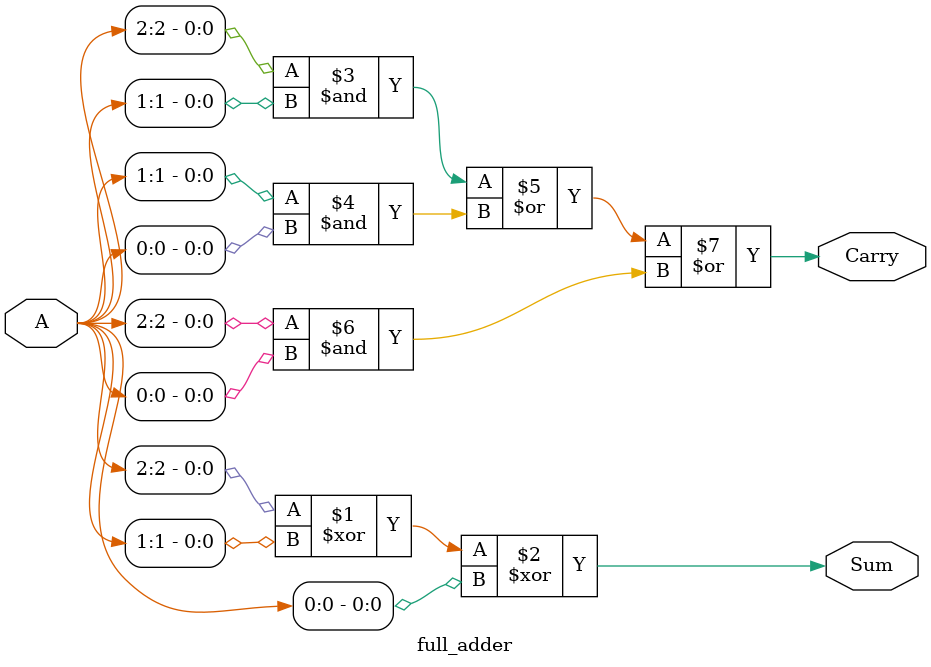
<source format=v>
module full_adder(input [2:0]A ,output Sum,output Carry);
assign Sum=A[2]^A[1]^A[0];
assign Carry=(A[2]&A[1])|(A[1]&A[0])|(A[2]&A[0]);
endmodule

    
</source>
